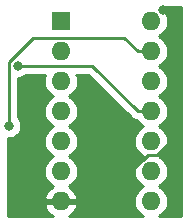
<source format=gbr>
G04 #@! TF.GenerationSoftware,KiCad,Pcbnew,(5.1.4)-1*
G04 #@! TF.CreationDate,2020-11-15T03:32:05+01:00*
G04 #@! TF.ProjectId,Delay Line,44656c61-7920-44c6-996e-652e6b696361,rev?*
G04 #@! TF.SameCoordinates,Original*
G04 #@! TF.FileFunction,Copper,L2,Bot*
G04 #@! TF.FilePolarity,Positive*
%FSLAX46Y46*%
G04 Gerber Fmt 4.6, Leading zero omitted, Abs format (unit mm)*
G04 Created by KiCad (PCBNEW (5.1.4)-1) date 2020-11-15 03:32:05*
%MOMM*%
%LPD*%
G04 APERTURE LIST*
%ADD10O,1.600000X1.600000*%
%ADD11R,1.600000X1.600000*%
%ADD12C,0.800000*%
%ADD13C,0.250000*%
%ADD14C,0.254000*%
G04 APERTURE END LIST*
D10*
X142265000Y-68707000D03*
X134645000Y-83947000D03*
X142265000Y-71247000D03*
X134645000Y-81407000D03*
X142265000Y-73787000D03*
X134645000Y-78867000D03*
X142265000Y-76327000D03*
X134645000Y-76327000D03*
X142265000Y-78867000D03*
X134645000Y-73787000D03*
X142265000Y-81407000D03*
X134645000Y-71247000D03*
X142265000Y-83947000D03*
D11*
X134645000Y-68707000D03*
D12*
X144297000Y-72144400D03*
X143314500Y-67770900D03*
X144297000Y-77446500D03*
X131030500Y-72451800D03*
X130269000Y-77550200D03*
D13*
X144297000Y-78012185D02*
X144297000Y-77446500D01*
X144297000Y-78500002D02*
X144297000Y-78012185D01*
X142805001Y-79992001D02*
X144297000Y-78500002D01*
X142014997Y-79992001D02*
X142805001Y-79992001D01*
X138059998Y-83947000D02*
X142014997Y-79992001D01*
X134645000Y-83947000D02*
X138059998Y-83947000D01*
X142265000Y-76327000D02*
X141139700Y-76327000D01*
X131030500Y-72451800D02*
X137264500Y-72451800D01*
X137264500Y-72451800D02*
X141139700Y-76327000D01*
X142265000Y-71247000D02*
X141139700Y-71247000D01*
X130269000Y-77550200D02*
X130269000Y-72173200D01*
X130269000Y-72173200D02*
X132320500Y-70121700D01*
X132320500Y-70121700D02*
X140014400Y-70121700D01*
X140014400Y-70121700D02*
X141139700Y-71247000D01*
D14*
G36*
X133312818Y-73235192D02*
G01*
X133230764Y-73505691D01*
X133203057Y-73787000D01*
X133230764Y-74068309D01*
X133312818Y-74338808D01*
X133446068Y-74588101D01*
X133625392Y-74806608D01*
X133843899Y-74985932D01*
X133976858Y-75057000D01*
X133843899Y-75128068D01*
X133625392Y-75307392D01*
X133446068Y-75525899D01*
X133312818Y-75775192D01*
X133230764Y-76045691D01*
X133203057Y-76327000D01*
X133230764Y-76608309D01*
X133312818Y-76878808D01*
X133446068Y-77128101D01*
X133625392Y-77346608D01*
X133843899Y-77525932D01*
X133976858Y-77597000D01*
X133843899Y-77668068D01*
X133625392Y-77847392D01*
X133446068Y-78065899D01*
X133312818Y-78315192D01*
X133230764Y-78585691D01*
X133203057Y-78867000D01*
X133230764Y-79148309D01*
X133312818Y-79418808D01*
X133446068Y-79668101D01*
X133625392Y-79886608D01*
X133843899Y-80065932D01*
X133976858Y-80137000D01*
X133843899Y-80208068D01*
X133625392Y-80387392D01*
X133446068Y-80605899D01*
X133312818Y-80855192D01*
X133230764Y-81125691D01*
X133203057Y-81407000D01*
X133230764Y-81688309D01*
X133312818Y-81958808D01*
X133446068Y-82208101D01*
X133625392Y-82426608D01*
X133843899Y-82605932D01*
X133981682Y-82679579D01*
X133789869Y-82794615D01*
X133581481Y-82983586D01*
X133413963Y-83209580D01*
X133293754Y-83463913D01*
X133253096Y-83597961D01*
X133375085Y-83820000D01*
X134518000Y-83820000D01*
X134518000Y-83800000D01*
X134772000Y-83800000D01*
X134772000Y-83820000D01*
X135914915Y-83820000D01*
X136036904Y-83597961D01*
X135996246Y-83463913D01*
X135876037Y-83209580D01*
X135708519Y-82983586D01*
X135500131Y-82794615D01*
X135308318Y-82679579D01*
X135446101Y-82605932D01*
X135664608Y-82426608D01*
X135843932Y-82208101D01*
X135977182Y-81958808D01*
X136059236Y-81688309D01*
X136086943Y-81407000D01*
X136059236Y-81125691D01*
X135977182Y-80855192D01*
X135843932Y-80605899D01*
X135664608Y-80387392D01*
X135446101Y-80208068D01*
X135313142Y-80137000D01*
X135446101Y-80065932D01*
X135664608Y-79886608D01*
X135843932Y-79668101D01*
X135977182Y-79418808D01*
X136059236Y-79148309D01*
X136086943Y-78867000D01*
X136059236Y-78585691D01*
X135977182Y-78315192D01*
X135843932Y-78065899D01*
X135664608Y-77847392D01*
X135446101Y-77668068D01*
X135313142Y-77597000D01*
X135446101Y-77525932D01*
X135664608Y-77346608D01*
X135843932Y-77128101D01*
X135977182Y-76878808D01*
X136059236Y-76608309D01*
X136086943Y-76327000D01*
X136059236Y-76045691D01*
X135977182Y-75775192D01*
X135843932Y-75525899D01*
X135664608Y-75307392D01*
X135446101Y-75128068D01*
X135313142Y-75057000D01*
X135446101Y-74985932D01*
X135664608Y-74806608D01*
X135843932Y-74588101D01*
X135977182Y-74338808D01*
X136059236Y-74068309D01*
X136086943Y-73787000D01*
X136059236Y-73505691D01*
X135977182Y-73235192D01*
X135964679Y-73211800D01*
X136949699Y-73211800D01*
X140575905Y-76838008D01*
X140599699Y-76867001D01*
X140628692Y-76890795D01*
X140628696Y-76890799D01*
X140699385Y-76948811D01*
X140715424Y-76961974D01*
X140847453Y-77032546D01*
X140990714Y-77076003D01*
X141040861Y-77080942D01*
X141066068Y-77128101D01*
X141245392Y-77346608D01*
X141463899Y-77525932D01*
X141596858Y-77597000D01*
X141463899Y-77668068D01*
X141245392Y-77847392D01*
X141066068Y-78065899D01*
X140932818Y-78315192D01*
X140850764Y-78585691D01*
X140823057Y-78867000D01*
X140850764Y-79148309D01*
X140932818Y-79418808D01*
X141066068Y-79668101D01*
X141245392Y-79886608D01*
X141463899Y-80065932D01*
X141596858Y-80137000D01*
X141463899Y-80208068D01*
X141245392Y-80387392D01*
X141066068Y-80605899D01*
X140932818Y-80855192D01*
X140850764Y-81125691D01*
X140823057Y-81407000D01*
X140850764Y-81688309D01*
X140932818Y-81958808D01*
X141066068Y-82208101D01*
X141245392Y-82426608D01*
X141463899Y-82605932D01*
X141596858Y-82677000D01*
X141463899Y-82748068D01*
X141245392Y-82927392D01*
X141066068Y-83145899D01*
X140932818Y-83395192D01*
X140850764Y-83665691D01*
X140823057Y-83947000D01*
X140850764Y-84228309D01*
X140932818Y-84498808D01*
X141066068Y-84748101D01*
X141245392Y-84966608D01*
X141463899Y-85145932D01*
X141573846Y-85204700D01*
X135324527Y-85204700D01*
X135500131Y-85099385D01*
X135708519Y-84910414D01*
X135876037Y-84684420D01*
X135996246Y-84430087D01*
X136036904Y-84296039D01*
X135914915Y-84074000D01*
X134772000Y-84074000D01*
X134772000Y-84094000D01*
X134518000Y-84094000D01*
X134518000Y-84074000D01*
X133375085Y-84074000D01*
X133253096Y-84296039D01*
X133293754Y-84430087D01*
X133413963Y-84684420D01*
X133581481Y-84910414D01*
X133789869Y-85099385D01*
X133965473Y-85204700D01*
X130136059Y-85204700D01*
X130131632Y-78578153D01*
X130167061Y-78585200D01*
X130370939Y-78585200D01*
X130570898Y-78545426D01*
X130759256Y-78467405D01*
X130928774Y-78354137D01*
X131072937Y-78209974D01*
X131186205Y-78040456D01*
X131264226Y-77852098D01*
X131304000Y-77652139D01*
X131304000Y-77448261D01*
X131264226Y-77248302D01*
X131186205Y-77059944D01*
X131072937Y-76890426D01*
X131029000Y-76846489D01*
X131029000Y-73486800D01*
X131132439Y-73486800D01*
X131332398Y-73447026D01*
X131520756Y-73369005D01*
X131690274Y-73255737D01*
X131734211Y-73211800D01*
X133325321Y-73211800D01*
X133312818Y-73235192D01*
X133312818Y-73235192D01*
G37*
X133312818Y-73235192D02*
X133230764Y-73505691D01*
X133203057Y-73787000D01*
X133230764Y-74068309D01*
X133312818Y-74338808D01*
X133446068Y-74588101D01*
X133625392Y-74806608D01*
X133843899Y-74985932D01*
X133976858Y-75057000D01*
X133843899Y-75128068D01*
X133625392Y-75307392D01*
X133446068Y-75525899D01*
X133312818Y-75775192D01*
X133230764Y-76045691D01*
X133203057Y-76327000D01*
X133230764Y-76608309D01*
X133312818Y-76878808D01*
X133446068Y-77128101D01*
X133625392Y-77346608D01*
X133843899Y-77525932D01*
X133976858Y-77597000D01*
X133843899Y-77668068D01*
X133625392Y-77847392D01*
X133446068Y-78065899D01*
X133312818Y-78315192D01*
X133230764Y-78585691D01*
X133203057Y-78867000D01*
X133230764Y-79148309D01*
X133312818Y-79418808D01*
X133446068Y-79668101D01*
X133625392Y-79886608D01*
X133843899Y-80065932D01*
X133976858Y-80137000D01*
X133843899Y-80208068D01*
X133625392Y-80387392D01*
X133446068Y-80605899D01*
X133312818Y-80855192D01*
X133230764Y-81125691D01*
X133203057Y-81407000D01*
X133230764Y-81688309D01*
X133312818Y-81958808D01*
X133446068Y-82208101D01*
X133625392Y-82426608D01*
X133843899Y-82605932D01*
X133981682Y-82679579D01*
X133789869Y-82794615D01*
X133581481Y-82983586D01*
X133413963Y-83209580D01*
X133293754Y-83463913D01*
X133253096Y-83597961D01*
X133375085Y-83820000D01*
X134518000Y-83820000D01*
X134518000Y-83800000D01*
X134772000Y-83800000D01*
X134772000Y-83820000D01*
X135914915Y-83820000D01*
X136036904Y-83597961D01*
X135996246Y-83463913D01*
X135876037Y-83209580D01*
X135708519Y-82983586D01*
X135500131Y-82794615D01*
X135308318Y-82679579D01*
X135446101Y-82605932D01*
X135664608Y-82426608D01*
X135843932Y-82208101D01*
X135977182Y-81958808D01*
X136059236Y-81688309D01*
X136086943Y-81407000D01*
X136059236Y-81125691D01*
X135977182Y-80855192D01*
X135843932Y-80605899D01*
X135664608Y-80387392D01*
X135446101Y-80208068D01*
X135313142Y-80137000D01*
X135446101Y-80065932D01*
X135664608Y-79886608D01*
X135843932Y-79668101D01*
X135977182Y-79418808D01*
X136059236Y-79148309D01*
X136086943Y-78867000D01*
X136059236Y-78585691D01*
X135977182Y-78315192D01*
X135843932Y-78065899D01*
X135664608Y-77847392D01*
X135446101Y-77668068D01*
X135313142Y-77597000D01*
X135446101Y-77525932D01*
X135664608Y-77346608D01*
X135843932Y-77128101D01*
X135977182Y-76878808D01*
X136059236Y-76608309D01*
X136086943Y-76327000D01*
X136059236Y-76045691D01*
X135977182Y-75775192D01*
X135843932Y-75525899D01*
X135664608Y-75307392D01*
X135446101Y-75128068D01*
X135313142Y-75057000D01*
X135446101Y-74985932D01*
X135664608Y-74806608D01*
X135843932Y-74588101D01*
X135977182Y-74338808D01*
X136059236Y-74068309D01*
X136086943Y-73787000D01*
X136059236Y-73505691D01*
X135977182Y-73235192D01*
X135964679Y-73211800D01*
X136949699Y-73211800D01*
X140575905Y-76838008D01*
X140599699Y-76867001D01*
X140628692Y-76890795D01*
X140628696Y-76890799D01*
X140699385Y-76948811D01*
X140715424Y-76961974D01*
X140847453Y-77032546D01*
X140990714Y-77076003D01*
X141040861Y-77080942D01*
X141066068Y-77128101D01*
X141245392Y-77346608D01*
X141463899Y-77525932D01*
X141596858Y-77597000D01*
X141463899Y-77668068D01*
X141245392Y-77847392D01*
X141066068Y-78065899D01*
X140932818Y-78315192D01*
X140850764Y-78585691D01*
X140823057Y-78867000D01*
X140850764Y-79148309D01*
X140932818Y-79418808D01*
X141066068Y-79668101D01*
X141245392Y-79886608D01*
X141463899Y-80065932D01*
X141596858Y-80137000D01*
X141463899Y-80208068D01*
X141245392Y-80387392D01*
X141066068Y-80605899D01*
X140932818Y-80855192D01*
X140850764Y-81125691D01*
X140823057Y-81407000D01*
X140850764Y-81688309D01*
X140932818Y-81958808D01*
X141066068Y-82208101D01*
X141245392Y-82426608D01*
X141463899Y-82605932D01*
X141596858Y-82677000D01*
X141463899Y-82748068D01*
X141245392Y-82927392D01*
X141066068Y-83145899D01*
X140932818Y-83395192D01*
X140850764Y-83665691D01*
X140823057Y-83947000D01*
X140850764Y-84228309D01*
X140932818Y-84498808D01*
X141066068Y-84748101D01*
X141245392Y-84966608D01*
X141463899Y-85145932D01*
X141573846Y-85204700D01*
X135324527Y-85204700D01*
X135500131Y-85099385D01*
X135708519Y-84910414D01*
X135876037Y-84684420D01*
X135996246Y-84430087D01*
X136036904Y-84296039D01*
X135914915Y-84074000D01*
X134772000Y-84074000D01*
X134772000Y-84094000D01*
X134518000Y-84094000D01*
X134518000Y-84074000D01*
X133375085Y-84074000D01*
X133253096Y-84296039D01*
X133293754Y-84430087D01*
X133413963Y-84684420D01*
X133581481Y-84910414D01*
X133789869Y-85099385D01*
X133965473Y-85204700D01*
X130136059Y-85204700D01*
X130131632Y-78578153D01*
X130167061Y-78585200D01*
X130370939Y-78585200D01*
X130570898Y-78545426D01*
X130759256Y-78467405D01*
X130928774Y-78354137D01*
X131072937Y-78209974D01*
X131186205Y-78040456D01*
X131264226Y-77852098D01*
X131304000Y-77652139D01*
X131304000Y-77448261D01*
X131264226Y-77248302D01*
X131186205Y-77059944D01*
X131072937Y-76890426D01*
X131029000Y-76846489D01*
X131029000Y-73486800D01*
X131132439Y-73486800D01*
X131332398Y-73447026D01*
X131520756Y-73369005D01*
X131690274Y-73255737D01*
X131734211Y-73211800D01*
X133325321Y-73211800D01*
X133312818Y-73235192D01*
G36*
X144793100Y-85204700D02*
G01*
X142956154Y-85204700D01*
X143066101Y-85145932D01*
X143284608Y-84966608D01*
X143463932Y-84748101D01*
X143597182Y-84498808D01*
X143679236Y-84228309D01*
X143706943Y-83947000D01*
X143679236Y-83665691D01*
X143597182Y-83395192D01*
X143463932Y-83145899D01*
X143284608Y-82927392D01*
X143066101Y-82748068D01*
X142933142Y-82677000D01*
X143066101Y-82605932D01*
X143284608Y-82426608D01*
X143463932Y-82208101D01*
X143597182Y-81958808D01*
X143679236Y-81688309D01*
X143706943Y-81407000D01*
X143679236Y-81125691D01*
X143597182Y-80855192D01*
X143463932Y-80605899D01*
X143284608Y-80387392D01*
X143066101Y-80208068D01*
X142933142Y-80137000D01*
X143066101Y-80065932D01*
X143284608Y-79886608D01*
X143463932Y-79668101D01*
X143597182Y-79418808D01*
X143679236Y-79148309D01*
X143706943Y-78867000D01*
X143679236Y-78585691D01*
X143597182Y-78315192D01*
X143463932Y-78065899D01*
X143284608Y-77847392D01*
X143066101Y-77668068D01*
X142933142Y-77597000D01*
X143066101Y-77525932D01*
X143284608Y-77346608D01*
X143463932Y-77128101D01*
X143597182Y-76878808D01*
X143679236Y-76608309D01*
X143706943Y-76327000D01*
X143679236Y-76045691D01*
X143597182Y-75775192D01*
X143463932Y-75525899D01*
X143284608Y-75307392D01*
X143066101Y-75128068D01*
X142933142Y-75057000D01*
X143066101Y-74985932D01*
X143284608Y-74806608D01*
X143463932Y-74588101D01*
X143597182Y-74338808D01*
X143679236Y-74068309D01*
X143706943Y-73787000D01*
X143679236Y-73505691D01*
X143597182Y-73235192D01*
X143463932Y-72985899D01*
X143284608Y-72767392D01*
X143066101Y-72588068D01*
X142933142Y-72517000D01*
X143066101Y-72445932D01*
X143284608Y-72266608D01*
X143463932Y-72048101D01*
X143597182Y-71798808D01*
X143679236Y-71528309D01*
X143706943Y-71247000D01*
X143679236Y-70965691D01*
X143597182Y-70695192D01*
X143463932Y-70445899D01*
X143284608Y-70227392D01*
X143066101Y-70048068D01*
X142933142Y-69977000D01*
X143066101Y-69905932D01*
X143284608Y-69726608D01*
X143463932Y-69508101D01*
X143597182Y-69258808D01*
X143679236Y-68988309D01*
X143706943Y-68707000D01*
X143679236Y-68425691D01*
X143597182Y-68155192D01*
X143463932Y-67905899D01*
X143284608Y-67687392D01*
X143071867Y-67512800D01*
X144793101Y-67512800D01*
X144793100Y-85204700D01*
X144793100Y-85204700D01*
G37*
X144793100Y-85204700D02*
X142956154Y-85204700D01*
X143066101Y-85145932D01*
X143284608Y-84966608D01*
X143463932Y-84748101D01*
X143597182Y-84498808D01*
X143679236Y-84228309D01*
X143706943Y-83947000D01*
X143679236Y-83665691D01*
X143597182Y-83395192D01*
X143463932Y-83145899D01*
X143284608Y-82927392D01*
X143066101Y-82748068D01*
X142933142Y-82677000D01*
X143066101Y-82605932D01*
X143284608Y-82426608D01*
X143463932Y-82208101D01*
X143597182Y-81958808D01*
X143679236Y-81688309D01*
X143706943Y-81407000D01*
X143679236Y-81125691D01*
X143597182Y-80855192D01*
X143463932Y-80605899D01*
X143284608Y-80387392D01*
X143066101Y-80208068D01*
X142933142Y-80137000D01*
X143066101Y-80065932D01*
X143284608Y-79886608D01*
X143463932Y-79668101D01*
X143597182Y-79418808D01*
X143679236Y-79148309D01*
X143706943Y-78867000D01*
X143679236Y-78585691D01*
X143597182Y-78315192D01*
X143463932Y-78065899D01*
X143284608Y-77847392D01*
X143066101Y-77668068D01*
X142933142Y-77597000D01*
X143066101Y-77525932D01*
X143284608Y-77346608D01*
X143463932Y-77128101D01*
X143597182Y-76878808D01*
X143679236Y-76608309D01*
X143706943Y-76327000D01*
X143679236Y-76045691D01*
X143597182Y-75775192D01*
X143463932Y-75525899D01*
X143284608Y-75307392D01*
X143066101Y-75128068D01*
X142933142Y-75057000D01*
X143066101Y-74985932D01*
X143284608Y-74806608D01*
X143463932Y-74588101D01*
X143597182Y-74338808D01*
X143679236Y-74068309D01*
X143706943Y-73787000D01*
X143679236Y-73505691D01*
X143597182Y-73235192D01*
X143463932Y-72985899D01*
X143284608Y-72767392D01*
X143066101Y-72588068D01*
X142933142Y-72517000D01*
X143066101Y-72445932D01*
X143284608Y-72266608D01*
X143463932Y-72048101D01*
X143597182Y-71798808D01*
X143679236Y-71528309D01*
X143706943Y-71247000D01*
X143679236Y-70965691D01*
X143597182Y-70695192D01*
X143463932Y-70445899D01*
X143284608Y-70227392D01*
X143066101Y-70048068D01*
X142933142Y-69977000D01*
X143066101Y-69905932D01*
X143284608Y-69726608D01*
X143463932Y-69508101D01*
X143597182Y-69258808D01*
X143679236Y-68988309D01*
X143706943Y-68707000D01*
X143679236Y-68425691D01*
X143597182Y-68155192D01*
X143463932Y-67905899D01*
X143284608Y-67687392D01*
X143071867Y-67512800D01*
X144793101Y-67512800D01*
X144793100Y-85204700D01*
M02*

</source>
